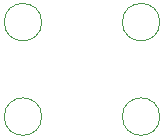
<source format=gbr>
G04 #@! TF.GenerationSoftware,KiCad,Pcbnew,5.1.5+dfsg1-2~bpo9+1*
G04 #@! TF.CreationDate,2020-08-21T22:37:13-04:00*
G04 #@! TF.ProjectId,integrated_amp,696e7465-6772-4617-9465-645f616d702e,rev?*
G04 #@! TF.SameCoordinates,PX6493440PY526e968*
G04 #@! TF.FileFunction,Profile,NP*
%FSLAX46Y46*%
G04 Gerber Fmt 4.6, Leading zero omitted, Abs format (unit mm)*
G04 Created by KiCad (PCBNEW 5.1.5+dfsg1-2~bpo9+1) date 2020-08-21 22:37:13*
%MOMM*%
%LPD*%
G04 APERTURE LIST*
%ADD10C,0.050000*%
G04 APERTURE END LIST*
D10*
X22488016Y-42735403D02*
G75*
G03X22488016Y-42735403I-1587500J0D01*
G01*
X22488016Y-34735402D02*
G75*
G03X22488016Y-34735402I-1587500J0D01*
G01*
X32488016Y-42735403D02*
G75*
G03X32488016Y-42735403I-1587500J0D01*
G01*
X32488016Y-34735402D02*
G75*
G03X32488016Y-34735402I-1587501J0D01*
G01*
M02*

</source>
